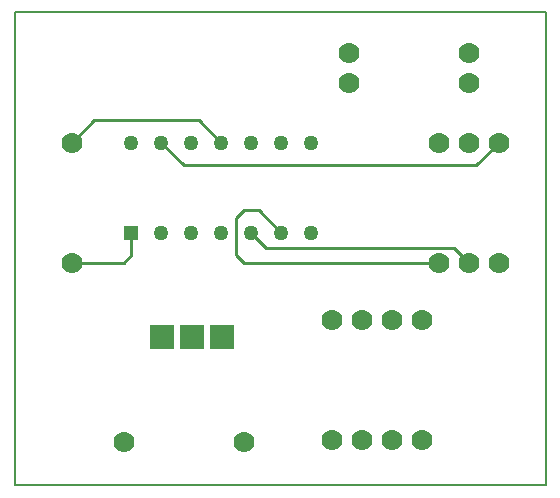
<source format=gbr>
G04 PROTEUS GERBER X2 FILE*
%TF.GenerationSoftware,Labcenter,Proteus,8.6-SP2-Build23525*%
%TF.CreationDate,2018-04-08T18:57:29+00:00*%
%TF.FileFunction,Copper,L1,Top*%
%TF.FilePolarity,Positive*%
%TF.Part,Single*%
%FSLAX45Y45*%
%MOMM*%
G01*
%TA.AperFunction,Conductor*%
%ADD10C,0.254000*%
%TA.AperFunction,ComponentPad*%
%ADD11R,1.270000X1.270000*%
%ADD12C,1.270000*%
%TA.AperFunction,ComponentPad*%
%ADD13C,1.778000*%
%TA.AperFunction,ComponentPad*%
%ADD14R,2.032000X2.032000*%
%TA.AperFunction,Profile*%
%ADD15C,0.203200*%
%TD.AperFunction*%
D10*
X-6159000Y+381000D02*
X-7810500Y+381000D01*
X-7874000Y+444500D01*
X-7874000Y+762000D01*
X-7810500Y+825500D01*
X-7683500Y+825500D01*
X-7493000Y+635000D01*
X-5905000Y+381000D02*
X-6032000Y+508000D01*
X-7620000Y+508000D01*
X-7747000Y+635000D01*
X-8509000Y+1397000D02*
X-8318500Y+1206500D01*
X-5841500Y+1206500D01*
X-5651000Y+1397000D01*
X-8001000Y+1397000D02*
X-8191500Y+1587500D01*
X-9076500Y+1587500D01*
X-9267000Y+1397000D01*
X-9267000Y+381000D02*
X-8826500Y+381000D01*
X-8763000Y+444500D01*
X-8763000Y+635000D01*
D11*
X-8763000Y+635000D03*
D12*
X-8509000Y+635000D03*
X-8255000Y+635000D03*
X-8001000Y+635000D03*
X-7747000Y+635000D03*
X-7493000Y+635000D03*
X-7239000Y+635000D03*
X-7239000Y+1397000D03*
X-7493000Y+1397000D03*
X-7747000Y+1397000D03*
X-8001000Y+1397000D03*
X-8255000Y+1397000D03*
X-8509000Y+1397000D03*
X-8763000Y+1397000D03*
D13*
X-7064000Y-103000D03*
X-7064000Y-1119000D03*
X-6810000Y-103000D03*
X-6810000Y-1119000D03*
X-6556000Y-103000D03*
X-6556000Y-1119000D03*
X-6302000Y-1119000D03*
X-6302000Y-103000D03*
X-6159000Y+381000D03*
X-6159000Y+1397000D03*
X-5905000Y+381000D03*
X-5905000Y+1397000D03*
X-5651000Y+1397000D03*
X-5651000Y+381000D03*
X-9267000Y+381000D03*
X-9267000Y+1397000D03*
X-5901000Y+1901000D03*
X-6917000Y+1901000D03*
X-5901000Y+2155000D03*
X-6917000Y+2155000D03*
D14*
X-7996000Y-250000D03*
X-8250000Y-250000D03*
X-8504000Y-250000D03*
D13*
X-8826000Y-1135000D03*
X-7810000Y-1135000D03*
D15*
X-9750000Y-1500000D02*
X-5250000Y-1500000D01*
X-5250000Y+2500000D01*
X-9750000Y+2500000D01*
X-9750000Y-1500000D01*
M02*

</source>
